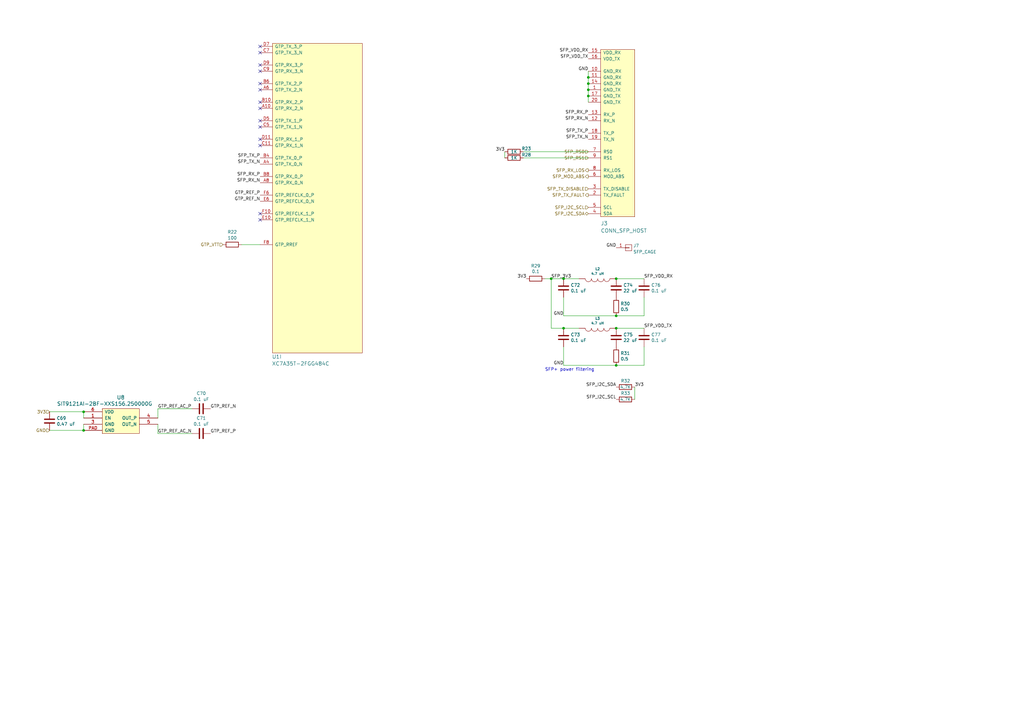
<source format=kicad_sch>
(kicad_sch (version 20231120) (generator "eeschema") (generator_version "8.0")
  (paper "A3")
  (title_block (title "Andrew D. Zonenberg") (date "2025-01-14") (rev "0.1") (company "Antikernel Labs"))
  (junction (at 241.3 31.75))
  (junction (at 34.29 168.91))
  (junction (at 252.73 129.54))
  (junction (at 34.29 176.53))
  (junction (at 231.14 114.3))
  (junction (at 252.73 149.86))
  (junction (at 231.14 134.62))
  (junction (at 241.3 39.37))
  (junction (at 226.06 114.3))
  (junction (at 252.73 134.62))
  (junction (at 241.3 34.29))
  (junction (at 241.3 36.83))
  (junction (at 252.73 114.3))
  (no_connect (at 106.68 19.05))
  (no_connect (at 106.68 41.91))
  (no_connect (at 106.68 26.67))
  (no_connect (at 106.68 52.07))
  (no_connect (at 106.68 44.45))
  (no_connect (at 106.68 57.15))
  (no_connect (at 106.68 34.29))
  (no_connect (at 106.68 21.59))
  (no_connect (at 106.68 87.63))
  (no_connect (at 106.68 49.53))
  (no_connect (at 106.68 36.83))
  (no_connect (at 106.68 59.69))
  (no_connect (at 106.68 90.17))
  (no_connect (at 106.68 29.21))
  (wire (pts (xy 214.63 64.77) (xy 241.3 64.77)))
  (wire (pts (xy 241.3 31.75) (xy 241.3 34.29)))
  (wire (pts (xy 226.06 134.62) (xy 231.14 134.62)))
  (wire (pts (xy 241.3 29.21) (xy 241.3 31.75)))
  (wire (pts (xy 99.06 100.33) (xy 106.68 100.33)))
  (wire (pts (xy 241.3 39.37) (xy 241.3 41.91)))
  (wire (pts (xy 34.29 168.91) (xy 34.29 171.45)))
  (wire (pts (xy 241.3 34.29) (xy 241.3 36.83)))
  (wire (pts (xy 264.16 129.54) (xy 252.73 129.54)))
  (wire (pts (xy 231.14 114.3) (xy 237.49 114.3)))
  (wire (pts (xy 34.29 173.99) (xy 34.29 176.53)))
  (wire (pts (xy 252.73 129.54) (xy 231.14 129.54)))
  (wire (pts (xy 64.77 167.64) (xy 64.77 171.45)))
  (wire (pts (xy 260.35 158.75) (xy 260.35 163.83)))
  (wire (pts (xy 252.73 149.86) (xy 231.14 149.86)))
  (wire (pts (xy 20.32 168.91) (xy 34.29 168.91)))
  (wire (pts (xy 264.16 121.92) (xy 264.16 129.54)))
  (wire (pts (xy 231.14 149.86) (xy 231.14 142.24)))
  (wire (pts (xy 231.14 129.54) (xy 231.14 121.92)))
  (wire (pts (xy 64.77 177.8) (xy 64.77 173.99)))
  (wire (pts (xy 214.63 62.23) (xy 241.3 62.23)))
  (wire (pts (xy 264.16 142.24) (xy 264.16 149.86)))
  (wire (pts (xy 226.06 114.3) (xy 231.14 114.3)))
  (wire (pts (xy 78.74 177.8) (xy 64.77 177.8)))
  (wire (pts (xy 231.14 134.62) (xy 237.49 134.62)))
  (wire (pts (xy 252.73 134.62) (xy 264.16 134.62)))
  (wire (pts (xy 226.06 114.3) (xy 226.06 134.62)))
  (wire (pts (xy 241.3 36.83) (xy 241.3 39.37)))
  (wire (pts (xy 264.16 149.86) (xy 252.73 149.86)))
  (wire (pts (xy 223.52 114.3) (xy 226.06 114.3)))
  (wire (pts (xy 78.74 167.64) (xy 64.77 167.64)))
  (wire (pts (xy 207.01 62.23) (xy 207.01 64.77)))
  (wire (pts (xy 34.29 176.53) (xy 20.32 176.53)))
  (wire (pts (xy 252.73 114.3) (xy 264.16 114.3)))
  (text "SFP+ power filtering" (at 223.52 152.4 0) (effects (font (size 1.27 1.27)) (justify left bottom)))
  (label "SFP_RX_P" (at 241.3 46.99 180))
  (label "3V3" (at 260.35 158.75 0))
  (label "GND" (at 241.3 29.21 180))
  (label "GND" (at 252.73 101.6 180))
  (label "SFP_TX_N" (at 106.68 67.31 180))
  (label "SFP_RX_P" (at 106.68 72.39 180))
  (label "SFP_I2C_SCL" (at 252.73 163.83 180))
  (label "SFP_RX_N" (at 106.68 74.93 180))
  (label "GTP_REF_N" (at 106.68 82.55 180))
  (label "3V3" (at 215.9 114.3 180))
  (label "GTP_REF_P" (at 86.36 177.8 0))
  (label "SFP_TX_P" (at 241.3 54.61 180))
  (label "GTP_REF_P" (at 106.68 80.01 180))
  (label "GND" (at 231.14 129.54 180))
  (label "SFP_VDD_RX" (at 264.16 114.3 0))
  (label "SFP_TX_P" (at 106.68 64.77 180))
  (label "GTP_REF_AC_N" (at 64.77 177.8 0))
  (label "SFP_VDD_TX" (at 241.3 24.13 180))
  (label "GND" (at 231.14 149.86 180))
  (label "3V3" (at 207.01 62.23 180))
  (label "GTP_REF_AC_P" (at 64.77 167.64 0))
  (label "SFP_VDD_TX" (at 264.16 134.62 0))
  (label "SFP_VDD_RX" (at 241.3 21.59 180))
  (label "SFP_3V3" (at 226.06 114.3 0))
  (label "SFP_I2C_SDA" (at 252.73 158.75 180))
  (label "SFP_TX_N" (at 241.3 57.15 180))
  (label "GTP_REF_N" (at 86.36 167.64 0))
  (label "SFP_RX_N" (at 241.3 49.53 180))
  (hierarchical_label "SFP_MOD_ABS" (shape output) (at 241.3 72.39 180))
  (hierarchical_label "SFP_RX_LOS" (shape output) (at 241.3 69.85 180))
  (hierarchical_label "SFP_I2C_SCL" (shape input) (at 241.3 85.09 180))
  (hierarchical_label "SFP_TX_FAULT" (shape output) (at 241.3 80.01 180))
  (hierarchical_label "GTP_VTT" (shape input) (at 91.44 100.33 180))
  (hierarchical_label "SFP_I2C_SDA" (shape bidirectional) (at 241.3 87.63 180))
  (hierarchical_label "3V3" (shape input) (at 20.32 168.91 180))
  (hierarchical_label "GND" (shape input) (at 20.32 176.53 180))
  (hierarchical_label "SFP_TX_DISABLE" (shape input) (at 241.3 77.47 180))
  (hierarchical_label "SFP_RS0" (shape input) (at 241.3 62.23 180))
  (hierarchical_label "SFP_RS1" (shape input) (at 241.3 64.77 180))
  (symbol (lib_id "device:R") (at 252.73 125.73 180) (unit 1)
    (property "Reference" "R30" (at 254.508 124.5616 0) (effects (justify right)))
    (property "Value" "0.5" (at 254.508 126.873 0) (effects (justify right)))
    (property "Footprint" "azonenberg_pcb:EIA_0402_RES_NOSILK" (effects (hide yes)))
  )
  (symbol (lib_id "device:C") (at 82.55 177.8 90) (unit 1)
    (property "Reference" "C71" (at 82.55 171.4965 90))
    (property "Value" "0.1 uF" (at 82.55 173.9208 90))
    (property "Footprint" "azonenberg_pcb:EIA_0402_CAP_NOSILK" (effects (hide yes)))
    (property "Description" "Unpolarized capacitor" (effects (hide yes)))
  )
  (symbol (lib_id "device:R") (at 95.25 100.33 90) (unit 1)
    (property "Reference" "R22" (at 95.25 95.1695 90))
    (property "Value" "100" (at 95.25 97.5938 90))
    (property "Footprint" "azonenberg_pcb:EIA_0402_RES_NOSILK" (effects (hide yes)))
    (property "Description" "Resistor" (effects (hide yes)))
  )
  (symbol (lib_id "passive-azonenberg:INDUCTOR_PWROUT") (at 245.11 134.62 270) (unit 1)
    (property "Reference" "L3" (at 245.11 130.6068 90) (effects (font (size 1.016 1.016))))
    (property "Value" "4.7 uH" (at 245.11 132.5372 90) (effects (font (size 1.016 1.016))))
    (property "Footprint" "azonenberg_pcb:EIA_0805_INDUCTOR_NOSILK" (effects (hide yes)))
  )
  (symbol (lib_id "passive-azonenberg:INDUCTOR_PWROUT") (at 245.11 114.3 270) (unit 1)
    (property "Reference" "L2" (at 245.11 110.2868 90) (effects (font (size 1.016 1.016))))
    (property "Value" "4.7 uH" (at 245.11 112.2172 90) (effects (font (size 1.016 1.016))))
    (property "Footprint" "azonenberg_pcb:EIA_0805_INDUCTOR_NOSILK" (effects (hide yes)))
  )
  (symbol (lib_id "device:C") (at 264.16 118.11 0) (unit 1)
    (property "Reference" "C76" (at 267.081 116.9416 0) (effects (justify left)))
    (property "Value" "0.1 uF" (at 267.081 119.253 0) (effects (justify left)))
    (property "Footprint" "azonenberg_pcb:EIA_0402_CAP_NOSILK" (effects (hide yes)))
  )
  (symbol (lib_id "device:R") (at 219.71 114.3 270) (unit 1)
    (property "Reference" "R29" (at 219.71 109.0422 90))
    (property "Value" "0.1" (at 219.71 111.3536 90))
    (property "Footprint" "azonenberg_pcb:EIA_0402_RES_NOSILK" (effects (hide yes)))
  )
  (symbol (lib_id "device:R") (at 256.54 163.83 90) (unit 1)
    (property "Reference" "R33" (at 256.54 161.29 90))
    (property "Value" "4.7K" (at 256.54 163.83 90))
    (property "Footprint" "azonenberg_pcb:EIA_0402_RES_NOSILK" (effects (hide yes)))
  )
  (symbol (lib_id "device:C") (at 82.55 167.64 90) (unit 1)
    (property "Reference" "C70" (at 82.55 161.3365 90))
    (property "Value" "0.1 uF" (at 82.55 163.7608 90))
    (property "Footprint" "azonenberg_pcb:EIA_0402_CAP_NOSILK" (effects (hide yes)))
    (property "Description" "Unpolarized capacitor" (effects (hide yes)))
  )
  (symbol (lib_id "special-azonenberg:CONN_SFP_HOST") (at 246.38 88.9 0) (unit 1)
    (property "Reference" "J3" (at 246.38 91.6216 0) (effects (font (size 1.524 1.524)) (justify left)))
    (property "Value" "CONN_SFP_HOST" (at 246.38 94.615 0) (effects (font (size 1.524 1.524)) (justify left)))
    (property "Footprint" "azonenberg_pcb:CONN_SFP+_AMPHENOL_UE76_A10_2000T" (effects (hide yes)))
  )
  (symbol (lib_id "device:R") (at 210.82 62.23 90) (unit 1)
    (property "Reference" "R23" (at 215.9 60.96 90))
    (property "Value" "1K" (at 210.82 62.23 90))
    (property "Footprint" "azonenberg_pcb:EIA_0402_RES_NOSILK" (effects (hide yes)))
  )
  (symbol (lib_id "xilinx-azonenberg:XC7AxxxT-xFBG484") (at 111.76 143.51 0) (unit 9)
    (property "Reference" "U1" (at 111.506 146.304 0) (effects (font (size 1.524 1.524)) (justify left)))
    (property "Value" "XC7A35T-2FGG484C" (at 111.506 149.1369 0) (effects (font (size 1.524 1.524)) (justify left)))
    (property "Footprint" "azonenberg_pcb:BGA_484_22x22_FULLARRAY_1MM" (effects (hide yes)))
  )
  (symbol (lib_id "osc-azonenberg:OSC_LVDS") (at 41.91 177.8 0) (unit 1)
    (property "Reference" "U8" (at 49.53 163.0096 0) (effects (font (size 1.524 1.524))))
    (property "Value" "SIT9121AI-2BF-XXS156.250000G" (at 42.926 165.608 0) (effects (font (size 1.524 1.524))))
    (property "Footprint" "azonenberg_pcb:OSCILLATOR_LVDS_3.2x2.5" (effects (hide yes)))
  )
  (symbol (lib_id "device:C") (at 252.73 118.11 0) (unit 1)
    (property "Reference" "C74" (at 255.651 116.9416 0) (effects (justify left)))
    (property "Value" "22 uF" (at 255.651 119.253 0) (effects (justify left)))
    (property "Footprint" "azonenberg_pcb:EIA_0805_CAP_NOSILK" (effects (hide yes)))
  )
  (symbol (lib_id "device:C") (at 252.73 138.43 0) (unit 1)
    (property "Reference" "C75" (at 255.651 137.2616 0) (effects (justify left)))
    (property "Value" "22 uF" (at 255.651 139.573 0) (effects (justify left)))
    (property "Footprint" "azonenberg_pcb:EIA_0805_CAP_NOSILK" (effects (hide yes)))
  )
  (symbol (lib_id "device:C") (at 20.32 172.72 0) (unit 1)
    (property "Reference" "C69" (at 23.241 171.5078 0) (effects (justify left)))
    (property "Value" "0.47 uF" (at 23.241 173.9321 0) (effects (justify left)))
    (property "Footprint" "azonenberg_pcb:EIA_0402_CAP_NOSILK" (effects (hide yes)))
    (property "Description" "Unpolarized capacitor" (effects (hide yes)))
  )
  (symbol (lib_id "device:C") (at 231.14 138.43 0) (unit 1)
    (property "Reference" "C73" (at 234.061 137.2616 0) (effects (justify left)))
    (property "Value" "0.1 uF" (at 234.061 139.573 0) (effects (justify left)))
    (property "Footprint" "azonenberg_pcb:EIA_0402_CAP_NOSILK" (effects (hide yes)))
  )
  (symbol (lib_id "conn:CONN_01X01") (at 257.81 101.6 0) (unit 1)
    (property "Reference" "J7" (at 259.715 100.7653 0) (effects (justify left)))
    (property "Value" "SFP_CAGE" (at 259.715 103.3022 0) (effects (justify left)))
    (property "Footprint" "azonenberg_pcb:CONN_SFP_CAGE_TE_2007194-1" (effects (hide yes)))
  )
  (symbol (lib_id "device:R") (at 256.54 158.75 90) (unit 1)
    (property "Reference" "R32" (at 256.54 156.21 90))
    (property "Value" "4.7K" (at 256.54 158.75 90))
    (property "Footprint" "azonenberg_pcb:EIA_0402_RES_NOSILK" (effects (hide yes)))
  )
  (symbol (lib_id "device:C") (at 231.14 118.11 0) (unit 1)
    (property "Reference" "C72" (at 234.061 116.9416 0) (effects (justify left)))
    (property "Value" "0.1 uF" (at 234.061 119.253 0) (effects (justify left)))
    (property "Footprint" "azonenberg_pcb:EIA_0402_CAP_NOSILK" (effects (hide yes)))
  )
  (symbol (lib_id "device:C") (at 264.16 138.43 0) (unit 1)
    (property "Reference" "C77" (at 267.081 137.2616 0) (effects (justify left)))
    (property "Value" "0.1 uF" (at 267.081 139.573 0) (effects (justify left)))
    (property "Footprint" "azonenberg_pcb:EIA_0402_CAP_NOSILK" (effects (hide yes)))
  )
  (symbol (lib_id "device:R") (at 210.82 64.77 90) (unit 1)
    (property "Reference" "R28" (at 215.9 63.5 90))
    (property "Value" "1K" (at 210.82 64.77 90))
    (property "Footprint" "azonenberg_pcb:EIA_0402_RES_NOSILK" (effects (hide yes)))
  )
  (symbol (lib_id "device:R") (at 252.73 146.05 180) (unit 1)
    (property "Reference" "R31" (at 254.508 144.8816 0) (effects (justify right)))
    (property "Value" "0.5" (at 254.508 147.193 0) (effects (justify right)))
    (property "Footprint" "azonenberg_pcb:EIA_0402_RES_NOSILK" (effects (hide yes)))
  )
)
</source>
